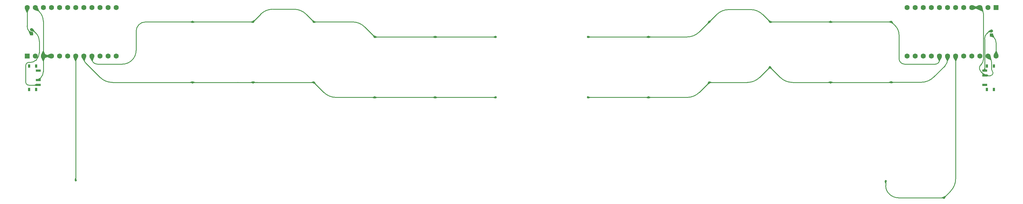
<source format=gbr>
%TF.GenerationSoftware,KiCad,Pcbnew,8.0.0*%
%TF.CreationDate,2024-03-10T10:49:13-04:00*%
%TF.ProjectId,Kiwi MKIII,4b697769-204d-44b4-9949-492e6b696361,rev?*%
%TF.SameCoordinates,Original*%
%TF.FileFunction,Copper,L1,Top*%
%TF.FilePolarity,Positive*%
%FSLAX46Y46*%
G04 Gerber Fmt 4.6, Leading zero omitted, Abs format (unit mm)*
G04 Created by KiCad (PCBNEW 8.0.0) date 2024-03-10 10:49:13*
%MOMM*%
%LPD*%
G01*
G04 APERTURE LIST*
%TA.AperFunction,SMDPad,CuDef*%
%ADD10R,0.800000X1.000000*%
%TD*%
%TA.AperFunction,SMDPad,CuDef*%
%ADD11R,1.500000X0.700000*%
%TD*%
%TA.AperFunction,ComponentPad*%
%ADD12R,1.000000X1.000000*%
%TD*%
%TA.AperFunction,ComponentPad*%
%ADD13O,1.000000X1.000000*%
%TD*%
%TA.AperFunction,ComponentPad*%
%ADD14R,1.600000X1.600000*%
%TD*%
%TA.AperFunction,ComponentPad*%
%ADD15C,1.600000*%
%TD*%
%TA.AperFunction,ViaPad*%
%ADD16C,0.685800*%
%TD*%
%TA.AperFunction,Conductor*%
%ADD17C,0.250000*%
%TD*%
%TA.AperFunction,Conductor*%
%ADD18C,0.127000*%
%TD*%
G04 APERTURE END LIST*
D10*
%TO.P,SW315,*%
%TO.N,*%
X59734293Y-137330200D03*
X57524293Y-137330200D03*
X59734293Y-144630200D03*
X57524293Y-144630200D03*
D11*
%TO.P,SW315,1,A*%
%TO.N,unconnected-(SW315-A-Pad1)*%
X60384293Y-138730200D03*
%TO.P,SW315,2,B*%
%TO.N,GND3*%
X60384293Y-141730200D03*
%TO.P,SW315,3,C*%
%TO.N,Net-(BT301--)*%
X60384293Y-143230200D03*
%TD*%
D10*
%TO.P,SW215,*%
%TO.N,*%
X358324307Y-144630200D03*
X360534307Y-144630200D03*
X358324307Y-137330200D03*
X360534307Y-137330200D03*
D11*
%TO.P,SW215,1,A*%
%TO.N,unconnected-(SW215-A-Pad1)*%
X357674307Y-143230200D03*
%TO.P,SW215,2,B*%
%TO.N,GND2*%
X357674307Y-140230200D03*
%TO.P,SW215,3,C*%
%TO.N,Net-(BT201--)*%
X357674307Y-138730200D03*
%TD*%
D12*
%TO.P,BT201,1,+*%
%TO.N,Net-(BT201-+)*%
X359779300Y-127542700D03*
D13*
%TO.P,BT201,2,-*%
%TO.N,Net-(BT201--)*%
X359779300Y-126272700D03*
%TD*%
D14*
%TO.P,U301,1,TX*%
%TO.N,unconnected-(U301-TX-Pad1)*%
X56859300Y-134162700D03*
D15*
%TO.P,U301,2,RX*%
%TO.N,unconnected-(U301-RX-Pad2)*%
X59399300Y-134162700D03*
%TO.P,U301,3,GND*%
%TO.N,GND3*%
X61939300Y-134162700D03*
%TO.P,U301,4,GND*%
X64479300Y-134162700D03*
%TO.P,U301,5,SDA*%
%TO.N,unconnected-(U301-SDA-Pad5)*%
X67019300Y-134162700D03*
%TO.P,U301,6,SCL*%
%TO.N,unconnected-(U301-SCL-Pad6)*%
X69559300Y-134162700D03*
%TO.P,U301,7,D4*%
%TO.N,Row 5*%
X72099300Y-134162700D03*
%TO.P,U301,8,C6*%
%TO.N,Row 4*%
X74639300Y-134162700D03*
%TO.P,U301,9,D7*%
%TO.N,Row 3*%
X77179300Y-134162700D03*
%TO.P,U301,10,E6*%
%TO.N,unconnected-(U301-E6-Pad10)*%
X79719300Y-134162700D03*
%TO.P,U301,11,B4*%
%TO.N,unconnected-(U301-B4-Pad11)*%
X82259300Y-134162700D03*
%TO.P,U301,12,B5*%
%TO.N,unconnected-(U301-B5-Pad12)*%
X84799300Y-134162700D03*
%TO.P,U301,13,B6*%
%TO.N,COLUMN 11*%
X84799300Y-118922700D03*
%TO.P,U301,14,B2*%
%TO.N,COLUMN 10*%
X82259300Y-118922700D03*
%TO.P,U301,15,B3*%
%TO.N,COLUMN 9*%
X79719300Y-118922700D03*
%TO.P,U301,16,B1*%
%TO.N,COLUMN 8*%
X77179300Y-118922700D03*
%TO.P,U301,17,F7*%
%TO.N,COLUMN 7*%
X74639300Y-118922700D03*
%TO.P,U301,18,F6*%
%TO.N,COLUMN 6*%
X72099300Y-118922700D03*
%TO.P,U301,19,F5*%
%TO.N,unconnected-(U301-F5-Pad19)*%
X69559300Y-118922700D03*
%TO.P,U301,20,F4*%
%TO.N,unconnected-(U301-F4-Pad20)*%
X67019300Y-118922700D03*
%TO.P,U301,21,VCC*%
%TO.N,unconnected-(U301-VCC-Pad21)*%
X64479300Y-118922700D03*
%TO.P,U301,22,RST*%
%TO.N,unconnected-(U301-RST-Pad22)*%
X61939300Y-118922700D03*
%TO.P,U301,23,GND*%
%TO.N,GND3*%
X59399300Y-118922700D03*
%TO.P,U301,24,RAW*%
%TO.N,Net-(BT301-+)*%
X56859300Y-118922700D03*
%TD*%
D12*
%TO.P,BT301,1,+*%
%TO.N,Net-(BT301-+)*%
X58279293Y-127167700D03*
D13*
%TO.P,BT301,2,-*%
%TO.N,Net-(BT301--)*%
X58279293Y-125897700D03*
%TD*%
D14*
%TO.P,U201,1,TX*%
%TO.N,unconnected-(U201-TX-Pad1)*%
X361199300Y-118922700D03*
D15*
%TO.P,U201,2,RX*%
%TO.N,unconnected-(U201-RX-Pad2)*%
X358659300Y-118922700D03*
%TO.P,U201,3,GND*%
%TO.N,GND2*%
X356119300Y-118922700D03*
%TO.P,U201,4,GND*%
X353579300Y-118922700D03*
%TO.P,U201,5,SDA*%
%TO.N,unconnected-(U201-SDA-Pad5)*%
X351039300Y-118922700D03*
%TO.P,U201,6,SCL*%
%TO.N,unconnected-(U201-SCL-Pad6)*%
X348499300Y-118922700D03*
%TO.P,U201,7,D4*%
%TO.N,COLUMN 0*%
X345959300Y-118922700D03*
%TO.P,U201,8,C6*%
%TO.N,COLUMN 1*%
X343419300Y-118922700D03*
%TO.P,U201,9,D7*%
%TO.N,COLUMN 2*%
X340879300Y-118922700D03*
%TO.P,U201,10,E6*%
%TO.N,COLUMN 3*%
X338339300Y-118922700D03*
%TO.P,U201,11,B4*%
%TO.N,COLUMN 4*%
X335799300Y-118922700D03*
%TO.P,U201,12,B5*%
%TO.N,COLUMN 5*%
X333259300Y-118922700D03*
%TO.P,U201,13,B6*%
%TO.N,unconnected-(U201-B6-Pad13)*%
X333259300Y-134162700D03*
%TO.P,U201,14,B2*%
%TO.N,unconnected-(U201-B2-Pad14)*%
X335799300Y-134162700D03*
%TO.P,U201,15,B3*%
%TO.N,unconnected-(U201-B3-Pad15)*%
X338339300Y-134162700D03*
%TO.P,U201,16,B1*%
%TO.N,unconnected-(U201-B1-Pad16)*%
X340879300Y-134162700D03*
%TO.P,U201,17,F7*%
%TO.N,Row 0*%
X343419300Y-134162700D03*
%TO.P,U201,18,F6*%
%TO.N,Row 1*%
X345959300Y-134162700D03*
%TO.P,U201,19,F5*%
%TO.N,Row 2*%
X348499300Y-134162700D03*
%TO.P,U201,20,F4*%
%TO.N,unconnected-(U201-F4-Pad20)*%
X351039300Y-134162700D03*
%TO.P,U201,21,VCC*%
%TO.N,unconnected-(U201-VCC-Pad21)*%
X353579300Y-134162700D03*
%TO.P,U201,22,RST*%
%TO.N,unconnected-(U201-RST-Pad22)*%
X356119300Y-134162700D03*
%TO.P,U201,23,GND*%
%TO.N,GND2*%
X358659300Y-134162700D03*
%TO.P,U201,24,RAW*%
%TO.N,Net-(BT201-+)*%
X361199300Y-134162700D03*
%TD*%
D16*
%TO.N,Row 0*%
X252029300Y-128155200D03*
X309229300Y-123442700D03*
X233029300Y-128155200D03*
X290229300Y-123442700D03*
X271129300Y-123442700D03*
X328279300Y-123392700D03*
%TO.N,Row 1*%
X290179300Y-137630200D03*
X252029300Y-147155200D03*
X233029300Y-147155200D03*
X328279300Y-142392700D03*
X271129300Y-142442700D03*
X309229300Y-142442700D03*
%TO.N,Row 2*%
X326528862Y-173441968D03*
X344840897Y-178679077D03*
%TO.N,Row 3*%
X204029300Y-128155200D03*
X108829300Y-123442700D03*
X146929300Y-123442700D03*
X166029300Y-128155200D03*
X127829300Y-123442700D03*
X185029300Y-128155200D03*
%TO.N,Row 4*%
X185029300Y-147155200D03*
X127829300Y-142441993D03*
X146929300Y-142442700D03*
X166029300Y-147155200D03*
X108829300Y-142442700D03*
X204029300Y-147155200D03*
%TO.N,Row 5*%
X72099300Y-173172700D03*
%TD*%
D17*
%TO.N,Row 4*%
X123067153Y-142442346D02*
G75*
G02*
X123066300Y-142442701I-853J846D01*
G01*
X123068006Y-142441993D02*
G75*
G03*
X123067150Y-142442343I-6J-1207D01*
G01*
X74639300Y-134932700D02*
G75*
G03*
X75183781Y-136247163I1858900J0D01*
G01*
X150048008Y-145561406D02*
G75*
G03*
X153895763Y-147155210I3847792J3847806D01*
G01*
X79785508Y-140848906D02*
G75*
G03*
X83633263Y-142442710I3847792J3847806D01*
G01*
X129029653Y-142442346D02*
G75*
G03*
X129028800Y-142441993I-853J-854D01*
G01*
X129029653Y-142442346D02*
G75*
G03*
X129030506Y-142442697I847J846D01*
G01*
%TO.N,Row 3*%
X91099300Y-132366648D02*
G75*
G02*
X89829286Y-135432686I-4336100J48D01*
G01*
X144523073Y-121036473D02*
G75*
G03*
X140675317Y-119442660I-3847773J-3847727D01*
G01*
X77179300Y-134995593D02*
G75*
G03*
X77679298Y-136202702I1707100J-7D01*
G01*
X77679300Y-136202700D02*
G75*
G03*
X78886406Y-136702697I1207100J1207100D01*
G01*
X127846986Y-123374987D02*
G75*
G03*
X127829294Y-123417687I42714J-42713D01*
G01*
X94035523Y-123442700D02*
G75*
G03*
X91959293Y-124302693I-23J-2936200D01*
G01*
X91959300Y-124302700D02*
G75*
G03*
X91099310Y-126378923I2076200J-2076200D01*
G01*
X134033256Y-119442681D02*
G75*
G03*
X130185529Y-121036502I44J-5441519D01*
G01*
X89829300Y-135432700D02*
G75*
G02*
X86763248Y-136702720I-3066100J3066100D01*
G01*
X162910591Y-125036493D02*
G75*
G03*
X159062836Y-123442690I-3847791J-3847807D01*
G01*
%TO.N,GND3*%
X61939300Y-139075637D02*
G75*
G02*
X61161786Y-140952686I-2654600J37D01*
G01*
X60669300Y-120192700D02*
G75*
G02*
X61939320Y-123258751I-3066100J-3066100D01*
G01*
X60614100Y-141500392D02*
G75*
G02*
X60059296Y-141730200I-554800J554792D01*
G01*
%TO.N,GND2*%
X356400912Y-136921112D02*
G75*
G03*
X355979289Y-137938959I1017888J-1017888D01*
G01*
X357199300Y-135260060D02*
G75*
G02*
X356589332Y-136732751I-2082700J-40D01*
G01*
X360017669Y-138896838D02*
G75*
G02*
X360259304Y-139480200I-583369J-583362D01*
G01*
X355979307Y-137938959D02*
G75*
G03*
X356400883Y-138956834I1439493J-41D01*
G01*
X356659300Y-119462700D02*
G75*
G03*
X355355624Y-118922690I-1303700J-1303700D01*
G01*
X356659300Y-119462700D02*
G75*
G02*
X357199310Y-120766375I-1303700J-1303700D01*
G01*
X360017670Y-140063562D02*
G75*
G02*
X359434306Y-140305204I-583370J583362D01*
G01*
X359776033Y-138313473D02*
G75*
G03*
X360017664Y-138896843I824967J-27D01*
G01*
X359217666Y-134721066D02*
G75*
G02*
X359776030Y-136069082I-1348066J-1348034D01*
G01*
X357711807Y-140267700D02*
G75*
G03*
X357802340Y-140305181I90493J90500D01*
G01*
X360259307Y-139480200D02*
G75*
G02*
X360017672Y-140063564I-825007J0D01*
G01*
%TO.N,Net-(BT301-+)*%
X56859300Y-124743615D02*
G75*
G03*
X57569306Y-126457701I2424100J15D01*
G01*
X58146718Y-127035127D02*
G75*
G02*
X58279284Y-127355203I-320118J-320073D01*
G01*
%TO.N,Net-(BT301--)*%
X56729301Y-136442701D02*
G75*
G03*
X56429286Y-137166964I724299J-724299D01*
G01*
X58634607Y-125948007D02*
G75*
G03*
X58410550Y-125855246I-224007J-224093D01*
G01*
X57453564Y-136142700D02*
G75*
G03*
X56729311Y-136442711I36J-1024300D01*
G01*
X56429300Y-142344952D02*
G75*
G03*
X56710536Y-143023964I960200J-48D01*
G01*
X56710550Y-143023950D02*
G75*
G03*
X57389547Y-143305180I678950J678950D01*
G01*
X59610546Y-126923946D02*
G75*
G02*
X60679283Y-129504128I-2580146J-2580154D01*
G01*
X60679293Y-133117297D02*
G75*
G02*
X59793172Y-135256579I-3025393J-3D01*
G01*
X60346793Y-143267700D02*
G75*
G02*
X60256259Y-143305181I-90493J90500D01*
G01*
X59570938Y-135478814D02*
G75*
G02*
X57968176Y-136142667I-1602738J1602814D01*
G01*
%TO.N,Net-(BT201-+)*%
X360489300Y-128252700D02*
G75*
G02*
X361199303Y-129966791I-1714100J-1714100D01*
G01*
%TO.N,Net-(BT201--)*%
X359425747Y-126272700D02*
G75*
G03*
X358822182Y-126522687I-47J-853500D01*
G01*
X357599300Y-138102858D02*
G75*
G03*
X357783032Y-138546468I627300J-42D01*
G01*
X358335747Y-127009147D02*
G75*
G03*
X357599295Y-128787087I1777953J-1777953D01*
G01*
%TO.N,Row 2*%
X348499300Y-172766710D02*
G75*
G02*
X346905513Y-176614472I-5441600J10D01*
G01*
X327684879Y-177523059D02*
G75*
G03*
X330475752Y-178679114I2790921J2790859D01*
G01*
X326528862Y-174904505D02*
G75*
G03*
X327563042Y-177401200I3530838J5D01*
G01*
%TO.N,Row 1*%
X293398008Y-140848906D02*
G75*
G03*
X297245763Y-142442710I3847792J3847806D01*
G01*
X328254300Y-142417700D02*
G75*
G02*
X328193944Y-142442718I-60400J60400D01*
G01*
X341573092Y-140798907D02*
G75*
G02*
X337725336Y-142392710I-3847792J3847807D01*
G01*
X345959300Y-135287700D02*
G75*
G02*
X345163807Y-137208198I-2716000J0D01*
G01*
X286960592Y-140848907D02*
G75*
G02*
X283112836Y-142442710I-3847792J3847807D01*
G01*
X268010592Y-145561407D02*
G75*
G02*
X264162836Y-147155210I-3847792J3847807D01*
G01*
%TO.N,Row 0*%
X330729300Y-134985593D02*
G75*
G03*
X331229298Y-136192702I1707100J-7D01*
G01*
X343049299Y-136322699D02*
G75*
G02*
X342156040Y-136692716I-893299J893299D01*
G01*
X343419300Y-135429440D02*
G75*
G02*
X343049288Y-136322688I-1263300J40D01*
G01*
X331229300Y-136192700D02*
G75*
G03*
X332436406Y-136692697I1207100J1207100D01*
G01*
X328254300Y-123417700D02*
G75*
G02*
X328193944Y-123442718I-60400J60400D01*
G01*
X329504300Y-124617700D02*
G75*
G02*
X330729295Y-127575111I-2957400J-2957400D01*
G01*
X287935611Y-121149011D02*
G75*
G03*
X284087855Y-119555260I-3847711J-3847789D01*
G01*
X277270744Y-119555219D02*
G75*
G03*
X273422960Y-121148983I-44J-5441581D01*
G01*
X268010592Y-126561407D02*
G75*
G02*
X264162836Y-128155210I-3847792J3847807D01*
G01*
X284087855Y-119555219D02*
X277270744Y-119555219D01*
X328279300Y-123392700D02*
X328254300Y-123417700D01*
X271129300Y-123442700D02*
X268010592Y-126561407D01*
X287935611Y-121149011D02*
X290229300Y-123442700D01*
X330729300Y-134985593D02*
X330729300Y-127575111D01*
X343419300Y-135429440D02*
X343419300Y-134162700D01*
X328193944Y-123442700D02*
X309229300Y-123442700D01*
X252029300Y-128155200D02*
X233029300Y-128155200D01*
X342156040Y-136692700D02*
X332436406Y-136692700D01*
X271129300Y-123442700D02*
X273422988Y-121149011D01*
X309229300Y-123442700D02*
X290229300Y-123442700D01*
X252029300Y-128155200D02*
X264162836Y-128155200D01*
X328279300Y-123392700D02*
X329504300Y-124617700D01*
%TO.N,Row 1*%
X264162836Y-147155200D02*
X252029300Y-147155200D01*
X290179300Y-137630200D02*
X286960592Y-140848907D01*
X345959300Y-135287700D02*
X345959300Y-134162700D01*
X271129300Y-142442700D02*
X283112836Y-142442700D01*
X341573092Y-140798907D02*
X345163804Y-137208195D01*
X328279300Y-142392700D02*
X328254300Y-142417700D01*
X271129300Y-142442700D02*
X268010592Y-145561407D01*
X328193944Y-142442700D02*
X309229300Y-142442700D01*
X293398007Y-140848907D02*
X290179300Y-137630200D01*
X297245763Y-142442700D02*
X309229300Y-142442700D01*
X252029300Y-147155200D02*
X233029300Y-147155200D01*
X328279300Y-142392700D02*
X337725336Y-142392700D01*
%TO.N,Row 2*%
X348499300Y-172766710D02*
X348499300Y-134162700D01*
X330475752Y-178679077D02*
X344840897Y-178679077D01*
X346905507Y-176614466D02*
X344840897Y-178679077D01*
X326528862Y-173441968D02*
X326528862Y-174904505D01*
X327684879Y-177523059D02*
X327563031Y-177401211D01*
%TO.N,Net-(BT201--)*%
X357783044Y-138546456D02*
X357966788Y-138730200D01*
X357599300Y-138102858D02*
X357599300Y-128787087D01*
X359425747Y-126272700D02*
X359779300Y-126272700D01*
X358822194Y-126522699D02*
X358335747Y-127009147D01*
%TO.N,Net-(BT201-+)*%
X361199300Y-129966791D02*
X361199300Y-134162700D01*
X360489300Y-128252700D02*
X359779300Y-127542700D01*
%TO.N,Net-(BT301--)*%
X59793172Y-135256579D02*
X59570938Y-135478814D01*
X60346793Y-143267700D02*
X60384293Y-143230200D01*
X57453564Y-136142700D02*
X57968176Y-136142700D01*
X60679293Y-129504128D02*
X60679293Y-133117297D01*
X58410550Y-125855200D02*
X58279300Y-125855200D01*
X58634607Y-125948007D02*
X59610546Y-126923946D01*
X57389547Y-143305200D02*
X60256259Y-143305200D01*
X56429300Y-137166964D02*
X56429300Y-142344952D01*
%TO.N,Net-(BT301-+)*%
X56859300Y-124743615D02*
X56859300Y-118922700D01*
X58279300Y-127355203D02*
X58279300Y-127542700D01*
X57569300Y-126457707D02*
X58146719Y-127035126D01*
%TO.N,GND2*%
X359776033Y-138313473D02*
X359776033Y-136069082D01*
X357199300Y-135260060D02*
X357199300Y-120766375D01*
D18*
X357674307Y-140230200D02*
X357674307Y-140160448D01*
D17*
X357674307Y-140230200D02*
X357711807Y-140267700D01*
X355355624Y-118922700D02*
X353579300Y-118922700D01*
X359434306Y-140305200D02*
X357802340Y-140305200D01*
X357674307Y-140230200D02*
X356400912Y-138956805D01*
X359217666Y-134721066D02*
X358659300Y-134162700D01*
X356400912Y-136921112D02*
X356589303Y-136732722D01*
%TO.N,GND3*%
X61939300Y-134162700D02*
X61939300Y-139075637D01*
X60059296Y-141730200D02*
X59734300Y-141730200D01*
X61939300Y-134162700D02*
X61939300Y-123258751D01*
X60669300Y-120192700D02*
X59399300Y-118922700D01*
X61161796Y-140952696D02*
X60614100Y-141500392D01*
X61939300Y-134162700D02*
X64479300Y-134162700D01*
%TO.N,Row 3*%
X204029300Y-128155200D02*
X185029300Y-128155200D01*
X108829300Y-123442700D02*
X94035523Y-123442700D01*
X91099300Y-132366648D02*
X91099300Y-126378923D01*
X166029300Y-128155200D02*
X162910592Y-125036492D01*
X144523073Y-121036473D02*
X146929300Y-123442700D01*
X108829300Y-123442700D02*
X108779300Y-123392700D01*
X127829300Y-123417687D02*
X127829300Y-123442700D01*
X140675317Y-119442681D02*
X134033256Y-119442681D01*
X77179300Y-134995593D02*
X77179300Y-134162700D01*
X185029300Y-128155200D02*
X166029300Y-128155200D01*
X146929300Y-123442700D02*
X159062836Y-123442700D01*
X78886406Y-136702700D02*
X86763248Y-136702700D01*
X108829300Y-123442700D02*
X127829300Y-123442700D01*
X127846986Y-123374987D02*
X130185500Y-121036473D01*
%TO.N,Row 4*%
X123068006Y-142441993D02*
X127829300Y-142441993D01*
X108829300Y-142442700D02*
X83633263Y-142442700D01*
X129028800Y-142441993D02*
X127829300Y-142441993D01*
X146929300Y-142442700D02*
X129030506Y-142442700D01*
X153895763Y-147155200D02*
X166029300Y-147155200D01*
X185029300Y-147155200D02*
X166029300Y-147155200D01*
X75183772Y-136247172D02*
X79785507Y-140848907D01*
X74639300Y-134932700D02*
X74639300Y-134162700D01*
X204029300Y-147155200D02*
X185029300Y-147155200D01*
X150048007Y-145561407D02*
X146929300Y-142442700D01*
X108829300Y-142442700D02*
X123066300Y-142442700D01*
%TO.N,Row 5*%
X72099300Y-173172700D02*
X72099300Y-134162700D01*
%TD*%
%TA.AperFunction,Conductor*%
%TO.N,Row 4*%
G36*
X75368088Y-134464563D02*
G01*
X75374414Y-134470900D01*
X75374603Y-134479349D01*
X74938495Y-135684432D01*
X74932457Y-135691046D01*
X74931970Y-135691260D01*
X74715006Y-135781130D01*
X74706052Y-135781130D01*
X74700550Y-135776429D01*
X74644240Y-135684432D01*
X73907333Y-134480508D01*
X73905938Y-134471665D01*
X73911205Y-134464423D01*
X73912815Y-134463601D01*
X74634431Y-134163641D01*
X74643382Y-134163631D01*
X75368088Y-134464563D01*
G37*
%TD.AperFunction*%
%TD*%
%TA.AperFunction,Conductor*%
%TO.N,GND2*%
G36*
X356854689Y-118621793D02*
G01*
X356861013Y-118628133D01*
X356861580Y-118629886D01*
X357213893Y-120108914D01*
X357212476Y-120117756D01*
X357206988Y-120122434D01*
X356990020Y-120212307D01*
X356981066Y-120212307D01*
X356980554Y-120212081D01*
X355823232Y-119666555D01*
X355817210Y-119659928D01*
X355817407Y-119651505D01*
X356117062Y-118926267D01*
X356123386Y-118919932D01*
X356845735Y-118621782D01*
X356854689Y-118621793D01*
G37*
%TD.AperFunction*%
%TD*%
%TA.AperFunction,Conductor*%
%TO.N,GND2*%
G36*
X359394806Y-133861744D02*
G01*
X359401130Y-133868084D01*
X359401671Y-133869732D01*
X359766628Y-135341610D01*
X359765293Y-135350465D01*
X359759749Y-135355235D01*
X359542807Y-135445096D01*
X359533853Y-135445096D01*
X359533439Y-135444916D01*
X358363370Y-134906505D01*
X358357287Y-134899933D01*
X358357448Y-134891408D01*
X358657062Y-134166267D01*
X358663386Y-134159932D01*
X359385854Y-133861733D01*
X359394806Y-133861744D01*
G37*
%TD.AperFunction*%
%TD*%
%TA.AperFunction,Conductor*%
%TO.N,Net-(BT201--)*%
G36*
X359432877Y-125926249D02*
G01*
X359673988Y-126166398D01*
X359776569Y-126268570D01*
X359780012Y-126276837D01*
X359780012Y-126276877D01*
X359779320Y-126758492D01*
X359775881Y-126766760D01*
X359767603Y-126770175D01*
X359765359Y-126769954D01*
X358922399Y-126603929D01*
X358916232Y-126600566D01*
X358754611Y-126432731D01*
X358751341Y-126424394D01*
X358754923Y-126416187D01*
X358756066Y-126415219D01*
X359417660Y-125925137D01*
X359426345Y-125922968D01*
X359432877Y-125926249D01*
G37*
%TD.AperFunction*%
%TD*%
%TA.AperFunction,Conductor*%
%TO.N,Net-(BT201--)*%
G36*
X357726972Y-138056477D02*
G01*
X357727813Y-138057414D01*
X357981399Y-138372472D01*
X357983917Y-138381065D01*
X357981013Y-138387599D01*
X357682120Y-138722446D01*
X357674055Y-138726336D01*
X357665601Y-138723383D01*
X357665576Y-138723361D01*
X357290445Y-138386569D01*
X357286578Y-138378492D01*
X357288155Y-138371966D01*
X357470914Y-138058852D01*
X357478044Y-138053434D01*
X357481019Y-138053050D01*
X357718699Y-138053050D01*
X357726972Y-138056477D01*
G37*
%TD.AperFunction*%
%TD*%
%TA.AperFunction,Conductor*%
%TO.N,Row 0*%
G36*
X270822668Y-123315657D02*
G01*
X271125490Y-123440136D01*
X271131839Y-123446451D01*
X271131863Y-123446509D01*
X271256342Y-123749331D01*
X271256318Y-123758285D01*
X271250636Y-123764302D01*
X270740250Y-124012379D01*
X270731311Y-124012913D01*
X270726862Y-124010129D01*
X270561870Y-123845137D01*
X270558443Y-123836864D01*
X270559618Y-123831754D01*
X270807697Y-123321362D01*
X270814396Y-123315421D01*
X270822668Y-123315657D01*
G37*
%TD.AperFunction*%
%TD*%
%TA.AperFunction,Conductor*%
%TO.N,Row 0*%
G36*
X289840246Y-122873019D02*
G01*
X290285677Y-123089523D01*
X290350636Y-123121097D01*
X290356578Y-123127796D01*
X290356342Y-123136068D01*
X290231863Y-123438890D01*
X290225548Y-123445239D01*
X290225490Y-123445263D01*
X289922668Y-123569742D01*
X289913714Y-123569718D01*
X289907697Y-123564036D01*
X289876123Y-123499077D01*
X289659619Y-123053647D01*
X289659086Y-123044711D01*
X289661868Y-123040264D01*
X289826863Y-122875269D01*
X289835135Y-122871843D01*
X289840246Y-122873019D01*
G37*
%TD.AperFunction*%
%TD*%
%TA.AperFunction,Conductor*%
%TO.N,Row 0*%
G36*
X344146778Y-134464014D02*
G01*
X344153102Y-134470354D01*
X344153091Y-134479309D01*
X344152733Y-134480087D01*
X343509876Y-135754510D01*
X343503091Y-135760354D01*
X343495814Y-135760368D01*
X343272345Y-135687754D01*
X343265536Y-135681938D01*
X343265424Y-135681712D01*
X342685573Y-134479991D01*
X342685064Y-134471050D01*
X342691025Y-134464369D01*
X342691607Y-134464107D01*
X343415120Y-134163612D01*
X343424071Y-134163604D01*
X344146778Y-134464014D01*
G37*
%TD.AperFunction*%
%TD*%
%TA.AperFunction,Conductor*%
%TO.N,Row 0*%
G36*
X328152582Y-123086702D02*
G01*
X328152686Y-123086944D01*
X328278419Y-123388194D01*
X328278443Y-123397148D01*
X328278419Y-123397206D01*
X328151991Y-123700121D01*
X328145642Y-123706436D01*
X328138246Y-123706938D01*
X327612198Y-123569978D01*
X327605055Y-123564577D01*
X327603446Y-123558655D01*
X327603446Y-123325306D01*
X327606873Y-123317033D01*
X327610395Y-123314614D01*
X328137142Y-123080756D01*
X328146093Y-123080532D01*
X328152582Y-123086702D01*
G37*
%TD.AperFunction*%
%TD*%
%TA.AperFunction,Conductor*%
%TO.N,Row 0*%
G36*
X309907224Y-123314976D02*
G01*
X309913923Y-123320918D01*
X309915100Y-123326033D01*
X309915100Y-123559366D01*
X309911673Y-123567639D01*
X309907224Y-123570423D01*
X309370909Y-123755905D01*
X309361970Y-123755371D01*
X309356288Y-123749354D01*
X309230179Y-123447204D01*
X309230156Y-123438252D01*
X309356289Y-123136043D01*
X309362637Y-123129730D01*
X309370908Y-123129494D01*
X309907224Y-123314976D01*
G37*
%TD.AperFunction*%
%TD*%
%TA.AperFunction,Conductor*%
%TO.N,Row 0*%
G36*
X233707224Y-128027476D02*
G01*
X233713923Y-128033418D01*
X233715100Y-128038533D01*
X233715100Y-128271866D01*
X233711673Y-128280139D01*
X233707224Y-128282923D01*
X233170909Y-128468405D01*
X233161970Y-128467871D01*
X233156288Y-128461854D01*
X233030179Y-128159704D01*
X233030156Y-128150752D01*
X233156289Y-127848543D01*
X233162637Y-127842230D01*
X233170908Y-127841994D01*
X233707224Y-128027476D01*
G37*
%TD.AperFunction*%
%TD*%
%TA.AperFunction,Conductor*%
%TO.N,Row 0*%
G36*
X251896629Y-127842528D02*
G01*
X251902311Y-127848545D01*
X252028419Y-128150694D01*
X252028443Y-128159648D01*
X252028419Y-128159706D01*
X251902311Y-128461854D01*
X251895962Y-128468169D01*
X251887690Y-128468405D01*
X251351376Y-128282923D01*
X251344677Y-128276981D01*
X251343500Y-128271866D01*
X251343500Y-128038533D01*
X251346927Y-128030260D01*
X251351376Y-128027476D01*
X251887691Y-127841994D01*
X251896629Y-127842528D01*
G37*
%TD.AperFunction*%
%TD*%
%TA.AperFunction,Conductor*%
%TO.N,Row 0*%
G36*
X271531737Y-122875270D02*
G01*
X271696729Y-123040262D01*
X271700156Y-123048535D01*
X271698979Y-123053650D01*
X271450902Y-123564036D01*
X271444203Y-123569978D01*
X271435931Y-123569742D01*
X271133109Y-123445263D01*
X271126760Y-123438948D01*
X271126736Y-123438890D01*
X271002257Y-123136068D01*
X271002281Y-123127114D01*
X271007962Y-123121097D01*
X271518352Y-122873019D01*
X271527288Y-122872486D01*
X271531737Y-122875270D01*
G37*
%TD.AperFunction*%
%TD*%
%TA.AperFunction,Conductor*%
%TO.N,Row 0*%
G36*
X290907224Y-123314976D02*
G01*
X290913923Y-123320918D01*
X290915100Y-123326033D01*
X290915100Y-123559366D01*
X290911673Y-123567639D01*
X290907224Y-123570423D01*
X290370909Y-123755905D01*
X290361970Y-123755371D01*
X290356288Y-123749354D01*
X290230179Y-123447204D01*
X290230156Y-123438252D01*
X290356289Y-123136043D01*
X290362637Y-123129730D01*
X290370908Y-123129494D01*
X290907224Y-123314976D01*
G37*
%TD.AperFunction*%
%TD*%
%TA.AperFunction,Conductor*%
%TO.N,Row 0*%
G36*
X309096629Y-123130028D02*
G01*
X309102311Y-123136045D01*
X309228419Y-123438194D01*
X309228443Y-123447148D01*
X309228419Y-123447206D01*
X309102311Y-123749354D01*
X309095962Y-123755669D01*
X309087690Y-123755905D01*
X308551376Y-123570423D01*
X308544677Y-123564481D01*
X308543500Y-123559366D01*
X308543500Y-123326033D01*
X308546927Y-123317760D01*
X308551376Y-123314976D01*
X309087691Y-123129494D01*
X309096629Y-123130028D01*
G37*
%TD.AperFunction*%
%TD*%
%TA.AperFunction,Conductor*%
%TO.N,Row 0*%
G36*
X252707224Y-128027476D02*
G01*
X252713923Y-128033418D01*
X252715100Y-128038533D01*
X252715100Y-128271866D01*
X252711673Y-128280139D01*
X252707224Y-128282923D01*
X252170909Y-128468405D01*
X252161970Y-128467871D01*
X252156288Y-128461854D01*
X252030179Y-128159704D01*
X252030156Y-128150752D01*
X252156289Y-127848543D01*
X252162637Y-127842230D01*
X252170908Y-127841994D01*
X252707224Y-128027476D01*
G37*
%TD.AperFunction*%
%TD*%
%TA.AperFunction,Conductor*%
%TO.N,Row 0*%
G36*
X328594885Y-123265681D02*
G01*
X328600902Y-123271363D01*
X328745415Y-123568681D01*
X328812939Y-123707603D01*
X328848979Y-123781749D01*
X328849513Y-123790688D01*
X328846729Y-123795137D01*
X328681737Y-123960129D01*
X328673464Y-123963556D01*
X328668350Y-123962379D01*
X328296726Y-123781749D01*
X328157963Y-123714302D01*
X328152021Y-123707603D01*
X328152257Y-123699331D01*
X328276737Y-123396507D01*
X328283050Y-123390160D01*
X328585931Y-123265657D01*
X328594885Y-123265681D01*
G37*
%TD.AperFunction*%
%TD*%
%TA.AperFunction,Conductor*%
%TO.N,Row 1*%
G36*
X252707224Y-147027476D02*
G01*
X252713923Y-147033418D01*
X252715100Y-147038533D01*
X252715100Y-147271866D01*
X252711673Y-147280139D01*
X252707224Y-147282923D01*
X252170909Y-147468405D01*
X252161970Y-147467871D01*
X252156288Y-147461854D01*
X252030179Y-147159704D01*
X252030156Y-147150752D01*
X252156289Y-146848543D01*
X252162637Y-146842230D01*
X252170908Y-146841994D01*
X252707224Y-147027476D01*
G37*
%TD.AperFunction*%
%TD*%
%TA.AperFunction,Conductor*%
%TO.N,Row 1*%
G36*
X289872668Y-137503157D02*
G01*
X290175490Y-137627636D01*
X290181839Y-137633951D01*
X290181863Y-137634009D01*
X290306342Y-137936831D01*
X290306318Y-137945785D01*
X290300636Y-137951802D01*
X289790250Y-138199879D01*
X289781311Y-138200413D01*
X289776862Y-138197629D01*
X289611870Y-138032637D01*
X289608443Y-138024364D01*
X289609618Y-138019254D01*
X289857697Y-137508862D01*
X289864396Y-137502921D01*
X289872668Y-137503157D01*
G37*
%TD.AperFunction*%
%TD*%
%TA.AperFunction,Conductor*%
%TO.N,Row 1*%
G36*
X345964009Y-134163591D02*
G01*
X346686802Y-134464024D01*
X346693126Y-134470364D01*
X346693115Y-134479319D01*
X346692768Y-134480076D01*
X346049113Y-135762633D01*
X346042339Y-135768490D01*
X346036053Y-135768792D01*
X345806847Y-135716479D01*
X345799543Y-135711297D01*
X345798846Y-135710016D01*
X345225353Y-134479910D01*
X345224964Y-134470966D01*
X345231014Y-134464364D01*
X345231442Y-134464175D01*
X345955032Y-134163590D01*
X345963986Y-134163582D01*
X345964009Y-134163591D01*
G37*
%TD.AperFunction*%
%TD*%
%TA.AperFunction,Conductor*%
%TO.N,Row 1*%
G36*
X271807224Y-142314976D02*
G01*
X271813923Y-142320918D01*
X271815100Y-142326033D01*
X271815100Y-142559366D01*
X271811673Y-142567639D01*
X271807224Y-142570423D01*
X271270909Y-142755905D01*
X271261970Y-142755371D01*
X271256288Y-142749354D01*
X271130179Y-142447204D01*
X271130156Y-142438252D01*
X271256289Y-142136043D01*
X271262637Y-142129730D01*
X271270908Y-142129494D01*
X271807224Y-142314976D01*
G37*
%TD.AperFunction*%
%TD*%
%TA.AperFunction,Conductor*%
%TO.N,Row 1*%
G36*
X270822668Y-142315657D02*
G01*
X271125490Y-142440136D01*
X271131839Y-142446451D01*
X271131863Y-142446509D01*
X271256342Y-142749331D01*
X271256318Y-142758285D01*
X271250636Y-142764302D01*
X270740250Y-143012379D01*
X270731311Y-143012913D01*
X270726862Y-143010129D01*
X270561870Y-142845137D01*
X270558443Y-142836864D01*
X270559618Y-142831754D01*
X270807697Y-142321362D01*
X270814396Y-142315421D01*
X270822668Y-142315657D01*
G37*
%TD.AperFunction*%
%TD*%
%TA.AperFunction,Conductor*%
%TO.N,Row 1*%
G36*
X309907224Y-142314976D02*
G01*
X309913923Y-142320918D01*
X309915100Y-142326033D01*
X309915100Y-142559366D01*
X309911673Y-142567639D01*
X309907224Y-142570423D01*
X309370909Y-142755905D01*
X309361970Y-142755371D01*
X309356288Y-142749354D01*
X309230179Y-142447204D01*
X309230156Y-142438252D01*
X309356289Y-142136043D01*
X309362637Y-142129730D01*
X309370908Y-142129494D01*
X309907224Y-142314976D01*
G37*
%TD.AperFunction*%
%TD*%
%TA.AperFunction,Conductor*%
%TO.N,Row 1*%
G36*
X328152582Y-142086702D02*
G01*
X328152686Y-142086944D01*
X328278419Y-142388194D01*
X328278443Y-142397148D01*
X328278419Y-142397206D01*
X328151991Y-142700121D01*
X328145642Y-142706436D01*
X328138246Y-142706938D01*
X327612198Y-142569978D01*
X327605055Y-142564577D01*
X327603446Y-142558655D01*
X327603446Y-142325306D01*
X327606873Y-142317033D01*
X327610395Y-142314614D01*
X328137142Y-142080756D01*
X328146093Y-142080532D01*
X328152582Y-142086702D01*
G37*
%TD.AperFunction*%
%TD*%
%TA.AperFunction,Conductor*%
%TO.N,Row 1*%
G36*
X290494885Y-137503181D02*
G01*
X290500902Y-137508863D01*
X290645415Y-137806181D01*
X290712939Y-137945103D01*
X290748979Y-138019249D01*
X290749513Y-138028188D01*
X290746729Y-138032637D01*
X290581737Y-138197629D01*
X290573464Y-138201056D01*
X290568350Y-138199879D01*
X290196726Y-138019249D01*
X290057963Y-137951802D01*
X290052021Y-137945103D01*
X290052257Y-137936831D01*
X290176737Y-137634007D01*
X290183050Y-137627660D01*
X290485931Y-137503157D01*
X290494885Y-137503181D01*
G37*
%TD.AperFunction*%
%TD*%
%TA.AperFunction,Conductor*%
%TO.N,Row 1*%
G36*
X309096629Y-142130028D02*
G01*
X309102311Y-142136045D01*
X309228419Y-142438194D01*
X309228443Y-142447148D01*
X309228419Y-142447206D01*
X309102311Y-142749354D01*
X309095962Y-142755669D01*
X309087690Y-142755905D01*
X308551376Y-142570423D01*
X308544677Y-142564481D01*
X308543500Y-142559366D01*
X308543500Y-142326033D01*
X308546927Y-142317760D01*
X308551376Y-142314976D01*
X309087691Y-142129494D01*
X309096629Y-142130028D01*
G37*
%TD.AperFunction*%
%TD*%
%TA.AperFunction,Conductor*%
%TO.N,Row 1*%
G36*
X233707224Y-147027476D02*
G01*
X233713923Y-147033418D01*
X233715100Y-147038533D01*
X233715100Y-147271866D01*
X233711673Y-147280139D01*
X233707224Y-147282923D01*
X233170909Y-147468405D01*
X233161970Y-147467871D01*
X233156288Y-147461854D01*
X233030179Y-147159704D01*
X233030156Y-147150752D01*
X233156289Y-146848543D01*
X233162637Y-146842230D01*
X233170908Y-146841994D01*
X233707224Y-147027476D01*
G37*
%TD.AperFunction*%
%TD*%
%TA.AperFunction,Conductor*%
%TO.N,Row 1*%
G36*
X251896629Y-146842528D02*
G01*
X251902311Y-146848545D01*
X252028419Y-147150694D01*
X252028443Y-147159648D01*
X252028419Y-147159706D01*
X251902311Y-147461854D01*
X251895962Y-147468169D01*
X251887690Y-147468405D01*
X251351376Y-147282923D01*
X251344677Y-147276981D01*
X251343500Y-147271866D01*
X251343500Y-147038533D01*
X251346927Y-147030260D01*
X251351376Y-147027476D01*
X251887691Y-146841994D01*
X251896629Y-146842528D01*
G37*
%TD.AperFunction*%
%TD*%
%TA.AperFunction,Conductor*%
%TO.N,Row 1*%
G36*
X328957224Y-142264976D02*
G01*
X328963923Y-142270918D01*
X328965100Y-142276033D01*
X328965100Y-142509366D01*
X328961673Y-142517639D01*
X328957224Y-142520423D01*
X328420909Y-142705905D01*
X328411970Y-142705371D01*
X328406288Y-142699354D01*
X328280179Y-142397204D01*
X328280156Y-142388252D01*
X328406289Y-142086043D01*
X328412637Y-142079730D01*
X328420908Y-142079494D01*
X328957224Y-142264976D01*
G37*
%TD.AperFunction*%
%TD*%
%TA.AperFunction,Conductor*%
%TO.N,Row 2*%
G36*
X349155990Y-134434598D02*
G01*
X349227053Y-134464130D01*
X349233378Y-134470469D01*
X349233367Y-134479424D01*
X349233133Y-134479951D01*
X348627472Y-135756017D01*
X348620829Y-135762021D01*
X348616902Y-135762700D01*
X348381698Y-135762700D01*
X348373425Y-135759273D01*
X348371128Y-135756017D01*
X347765466Y-134479951D01*
X347765015Y-134471007D01*
X347771019Y-134464364D01*
X347771534Y-134464134D01*
X348494812Y-134163564D01*
X348503761Y-134163554D01*
X349155990Y-134434598D01*
G37*
%TD.AperFunction*%
%TD*%
%TA.AperFunction,Conductor*%
%TO.N,Row 2*%
G36*
X344708226Y-178366405D02*
G01*
X344713908Y-178372422D01*
X344840016Y-178674571D01*
X344840040Y-178683525D01*
X344840016Y-178683583D01*
X344713908Y-178985731D01*
X344707559Y-178992046D01*
X344699287Y-178992282D01*
X344162973Y-178806800D01*
X344156274Y-178800858D01*
X344155097Y-178795743D01*
X344155097Y-178562410D01*
X344158524Y-178554137D01*
X344162973Y-178551353D01*
X344699288Y-178365871D01*
X344708226Y-178366405D01*
G37*
%TD.AperFunction*%
%TD*%
%TA.AperFunction,Conductor*%
%TO.N,Row 2*%
G36*
X345243334Y-178111647D02*
G01*
X345408326Y-178276639D01*
X345411753Y-178284912D01*
X345410576Y-178290027D01*
X345162499Y-178800413D01*
X345155800Y-178806355D01*
X345147528Y-178806119D01*
X344844706Y-178681640D01*
X344838357Y-178675325D01*
X344838333Y-178675267D01*
X344713854Y-178372445D01*
X344713878Y-178363491D01*
X344719559Y-178357474D01*
X345229949Y-178109396D01*
X345238885Y-178108863D01*
X345243334Y-178111647D01*
G37*
%TD.AperFunction*%
%TD*%
%TA.AperFunction,Conductor*%
%TO.N,Row 2*%
G36*
X326835516Y-173568956D02*
G01*
X326841831Y-173575305D01*
X326842067Y-173583577D01*
X326656586Y-174119892D01*
X326650644Y-174126591D01*
X326645529Y-174127768D01*
X326412195Y-174127768D01*
X326403922Y-174124341D01*
X326401138Y-174119892D01*
X326215656Y-173583577D01*
X326216190Y-173574638D01*
X326222205Y-173568957D01*
X326524357Y-173442847D01*
X326533308Y-173442824D01*
X326835516Y-173568956D01*
G37*
%TD.AperFunction*%
%TD*%
%TA.AperFunction,Conductor*%
%TO.N,Net-(BT201-+)*%
G36*
X361325175Y-132566127D02*
G01*
X361327472Y-132569383D01*
X361933133Y-133845448D01*
X361933584Y-133854392D01*
X361927580Y-133861035D01*
X361927053Y-133861269D01*
X361203790Y-134161834D01*
X361194836Y-134161844D01*
X361194810Y-134161834D01*
X360471546Y-133861269D01*
X360465221Y-133854930D01*
X360465232Y-133845975D01*
X360465454Y-133845473D01*
X361071128Y-132569382D01*
X361077771Y-132563379D01*
X361081698Y-132562700D01*
X361316902Y-132562700D01*
X361325175Y-132566127D01*
G37*
%TD.AperFunction*%
%TD*%
%TA.AperFunction,Conductor*%
%TO.N,Net-(BT201-+)*%
G36*
X360277690Y-127340429D02*
G01*
X360283896Y-127346518D01*
X360695267Y-128282176D01*
X360695459Y-128291129D01*
X360691678Y-128296167D01*
X360506069Y-128438589D01*
X360497420Y-128440907D01*
X360494319Y-128440053D01*
X359582310Y-128047260D01*
X359576067Y-128040840D01*
X359576124Y-128032046D01*
X359776833Y-127546404D01*
X359783156Y-127540071D01*
X360268737Y-127340406D01*
X360277690Y-127340429D01*
G37*
%TD.AperFunction*%
%TD*%
%TA.AperFunction,Conductor*%
%TO.N,Net-(BT301--)*%
G36*
X58639609Y-125553924D02*
G01*
X58640852Y-125555397D01*
X59183146Y-126317446D01*
X59185150Y-126326174D01*
X59181886Y-126332503D01*
X59016243Y-126498146D01*
X59007970Y-126501573D01*
X59006317Y-126501456D01*
X58289325Y-126399131D01*
X58281619Y-126394569D01*
X58279278Y-126387567D01*
X58278592Y-125901860D01*
X58282006Y-125893586D01*
X58623063Y-125553890D01*
X58631342Y-125550481D01*
X58639609Y-125553924D01*
G37*
%TD.AperFunction*%
%TD*%
%TA.AperFunction,Conductor*%
%TO.N,Net-(BT301--)*%
G36*
X59640222Y-142932911D02*
G01*
X60360144Y-143220165D01*
X60366558Y-143226414D01*
X60366675Y-143235368D01*
X60360750Y-143241637D01*
X59639035Y-143577990D01*
X59630089Y-143578379D01*
X59629484Y-143578139D01*
X59291384Y-143433239D01*
X59285130Y-143426830D01*
X59284293Y-143422485D01*
X59284293Y-143186225D01*
X59287720Y-143177952D01*
X59289194Y-143176703D01*
X59629095Y-142934253D01*
X59637818Y-142932239D01*
X59640222Y-142932911D01*
G37*
%TD.AperFunction*%
%TD*%
%TA.AperFunction,Conductor*%
%TO.N,Net-(BT301-+)*%
G36*
X57515990Y-119194598D02*
G01*
X57587053Y-119224130D01*
X57593378Y-119230469D01*
X57593367Y-119239424D01*
X57593133Y-119239951D01*
X56987472Y-120516017D01*
X56980829Y-120522021D01*
X56976902Y-120522700D01*
X56741698Y-120522700D01*
X56733425Y-120519273D01*
X56731128Y-120516017D01*
X56125466Y-119239951D01*
X56125015Y-119231007D01*
X56131019Y-119224364D01*
X56131534Y-119224134D01*
X56854812Y-118923564D01*
X56863761Y-118923554D01*
X57515990Y-119194598D01*
G37*
%TD.AperFunction*%
%TD*%
%TA.AperFunction,Conductor*%
%TO.N,Net-(BT301-+)*%
G36*
X57564278Y-126270352D02*
G01*
X57980723Y-126449709D01*
X57981480Y-126450070D01*
X58032644Y-126476923D01*
X58055143Y-126488732D01*
X58064220Y-126490969D01*
X58092051Y-126497828D01*
X58093864Y-126498437D01*
X58476282Y-126663139D01*
X58482525Y-126669559D01*
X58482467Y-126678354D01*
X58281760Y-127163993D01*
X58275433Y-127170330D01*
X58275396Y-127170345D01*
X57789856Y-127369993D01*
X57780902Y-127369970D01*
X57774696Y-127363881D01*
X57363331Y-126428230D01*
X57363139Y-126419277D01*
X57366919Y-126414240D01*
X57552529Y-126271817D01*
X57561178Y-126269499D01*
X57564278Y-126270352D01*
G37*
%TD.AperFunction*%
%TD*%
%TA.AperFunction,Conductor*%
%TO.N,GND2*%
G36*
X355817635Y-118194419D02*
G01*
X355817869Y-118194946D01*
X356118434Y-118918210D01*
X356118444Y-118927163D01*
X356118435Y-118927185D01*
X356118434Y-118927190D01*
X355817869Y-119650453D01*
X355811530Y-119656778D01*
X355802575Y-119656767D01*
X355802048Y-119656533D01*
X354525983Y-119050871D01*
X354519979Y-119044228D01*
X354519300Y-119040301D01*
X354519300Y-118805098D01*
X354522727Y-118796825D01*
X354525983Y-118794528D01*
X355802049Y-118188865D01*
X355810992Y-118188415D01*
X355817635Y-118194419D01*
G37*
%TD.AperFunction*%
%TD*%
%TA.AperFunction,Conductor*%
%TO.N,GND2*%
G36*
X353896024Y-118188632D02*
G01*
X353896540Y-118188861D01*
X355172617Y-118794528D01*
X355178621Y-118801171D01*
X355179300Y-118805098D01*
X355179300Y-119040301D01*
X355175873Y-119048574D01*
X355172617Y-119050871D01*
X353896551Y-119656533D01*
X353887607Y-119656984D01*
X353880964Y-119650980D01*
X353880730Y-119650453D01*
X353851198Y-119579390D01*
X353580164Y-118927187D01*
X353580154Y-118918238D01*
X353880730Y-118194945D01*
X353887069Y-118188621D01*
X353896024Y-118188632D01*
G37*
%TD.AperFunction*%
%TD*%
%TA.AperFunction,Conductor*%
%TO.N,GND2*%
G36*
X358427330Y-139933029D02*
G01*
X358429503Y-139934252D01*
X358769401Y-140176701D01*
X358774147Y-140184294D01*
X358774307Y-140186225D01*
X358774307Y-140422485D01*
X358770880Y-140430758D01*
X358767216Y-140433239D01*
X358429115Y-140578139D01*
X358420161Y-140578248D01*
X358419577Y-140577995D01*
X358085896Y-140422485D01*
X357697849Y-140241637D01*
X357691797Y-140235036D01*
X357692186Y-140226090D01*
X357698453Y-140220166D01*
X358418377Y-139932912D01*
X358427330Y-139933029D01*
G37*
%TD.AperFunction*%
%TD*%
%TA.AperFunction,Conductor*%
%TO.N,GND2*%
G36*
X357172794Y-139548221D02*
G01*
X357506169Y-139719413D01*
X357799258Y-139869918D01*
X357809714Y-139875287D01*
X357815508Y-139882115D01*
X357815189Y-139890146D01*
X357679678Y-140219568D01*
X357673362Y-140225915D01*
X357664407Y-140225937D01*
X357663906Y-140225717D01*
X356934351Y-139884892D01*
X356928306Y-139878286D01*
X356928451Y-139869918D01*
X356987542Y-139723308D01*
X356990117Y-139719415D01*
X357159177Y-139550355D01*
X357167449Y-139546929D01*
X357172794Y-139548221D01*
G37*
%TD.AperFunction*%
%TD*%
%TA.AperFunction,Conductor*%
%TO.N,GND3*%
G36*
X62595990Y-134434598D02*
G01*
X62667053Y-134464130D01*
X62673378Y-134470469D01*
X62673367Y-134479424D01*
X62673133Y-134479951D01*
X62067472Y-135756017D01*
X62060829Y-135762021D01*
X62056902Y-135762700D01*
X61821698Y-135762700D01*
X61813425Y-135759273D01*
X61811128Y-135756017D01*
X61205466Y-134479951D01*
X61205015Y-134471007D01*
X61211019Y-134464364D01*
X61211534Y-134464134D01*
X61934812Y-134163564D01*
X61943761Y-134163554D01*
X62595990Y-134434598D01*
G37*
%TD.AperFunction*%
%TD*%
%TA.AperFunction,Conductor*%
%TO.N,GND3*%
G36*
X62065175Y-132566127D02*
G01*
X62067472Y-132569383D01*
X62673133Y-133845448D01*
X62673584Y-133854392D01*
X62667580Y-133861035D01*
X62667053Y-133861269D01*
X61943790Y-134161834D01*
X61934836Y-134161844D01*
X61934810Y-134161834D01*
X61211546Y-133861269D01*
X61205221Y-133854930D01*
X61205232Y-133845975D01*
X61205454Y-133845473D01*
X61811128Y-132569382D01*
X61817771Y-132563379D01*
X61821698Y-132562700D01*
X62056902Y-132562700D01*
X62065175Y-132566127D01*
G37*
%TD.AperFunction*%
%TD*%
%TA.AperFunction,Conductor*%
%TO.N,GND3*%
G36*
X60135998Y-118621254D02*
G01*
X60142323Y-118627593D01*
X60142527Y-118628126D01*
X60510795Y-119661804D01*
X60616575Y-119958712D01*
X60616124Y-119967656D01*
X60613827Y-119970912D01*
X60447512Y-120137227D01*
X60439239Y-120140654D01*
X60435313Y-120139975D01*
X59104730Y-119665928D01*
X59098088Y-119659925D01*
X59097637Y-119650981D01*
X59097836Y-119650460D01*
X59396738Y-118926485D01*
X59403062Y-118920148D01*
X59403064Y-118920146D01*
X60127044Y-118621243D01*
X60135998Y-118621254D01*
G37*
%TD.AperFunction*%
%TD*%
%TA.AperFunction,Conductor*%
%TO.N,GND3*%
G36*
X60899422Y-141050356D02*
G01*
X61068479Y-141219413D01*
X61071058Y-141223312D01*
X61130148Y-141369918D01*
X61130062Y-141378873D01*
X61124248Y-141384892D01*
X60394693Y-141725717D01*
X60385747Y-141726114D01*
X60379141Y-141720069D01*
X60378930Y-141719589D01*
X60243410Y-141390145D01*
X60243432Y-141381191D01*
X60248883Y-141375288D01*
X60885804Y-141048220D01*
X60894729Y-141047490D01*
X60899422Y-141050356D01*
G37*
%TD.AperFunction*%
%TD*%
%TA.AperFunction,Conductor*%
%TO.N,GND3*%
G36*
X64177635Y-133434419D02*
G01*
X64177869Y-133434946D01*
X64478434Y-134158210D01*
X64478444Y-134167163D01*
X64478435Y-134167185D01*
X64478434Y-134167190D01*
X64177869Y-134890453D01*
X64171530Y-134896778D01*
X64162575Y-134896767D01*
X64162048Y-134896533D01*
X62885983Y-134290871D01*
X62879979Y-134284228D01*
X62879300Y-134280301D01*
X62879300Y-134045098D01*
X62882727Y-134036825D01*
X62885983Y-134034528D01*
X64162049Y-133428865D01*
X64170992Y-133428415D01*
X64177635Y-133434419D01*
G37*
%TD.AperFunction*%
%TD*%
%TA.AperFunction,Conductor*%
%TO.N,GND3*%
G36*
X62256024Y-133428632D02*
G01*
X62256540Y-133428861D01*
X63532617Y-134034528D01*
X63538621Y-134041171D01*
X63539300Y-134045098D01*
X63539300Y-134280301D01*
X63535873Y-134288574D01*
X63532617Y-134290871D01*
X62256551Y-134896533D01*
X62247607Y-134896984D01*
X62240964Y-134890980D01*
X62240730Y-134890453D01*
X62211198Y-134819390D01*
X61940164Y-134167187D01*
X61940154Y-134158238D01*
X62240730Y-133434945D01*
X62247069Y-133428621D01*
X62256024Y-133428632D01*
G37*
%TD.AperFunction*%
%TD*%
%TA.AperFunction,Conductor*%
%TO.N,Row 3*%
G36*
X185707224Y-128027476D02*
G01*
X185713923Y-128033418D01*
X185715100Y-128038533D01*
X185715100Y-128271866D01*
X185711673Y-128280139D01*
X185707224Y-128282923D01*
X185170909Y-128468405D01*
X185161970Y-128467871D01*
X185156288Y-128461854D01*
X185030179Y-128159704D01*
X185030156Y-128150752D01*
X185156289Y-127848543D01*
X185162637Y-127842230D01*
X185170908Y-127841994D01*
X185707224Y-128027476D01*
G37*
%TD.AperFunction*%
%TD*%
%TA.AperFunction,Conductor*%
%TO.N,Row 3*%
G36*
X203896629Y-127842528D02*
G01*
X203902311Y-127848545D01*
X204028419Y-128150694D01*
X204028443Y-128159648D01*
X204028419Y-128159706D01*
X203902311Y-128461854D01*
X203895962Y-128468169D01*
X203887690Y-128468405D01*
X203351376Y-128282923D01*
X203344677Y-128276981D01*
X203343500Y-128271866D01*
X203343500Y-128038533D01*
X203346927Y-128030260D01*
X203351376Y-128027476D01*
X203887691Y-127841994D01*
X203896629Y-127842528D01*
G37*
%TD.AperFunction*%
%TD*%
%TA.AperFunction,Conductor*%
%TO.N,Row 3*%
G36*
X108696629Y-123130028D02*
G01*
X108702311Y-123136045D01*
X108828419Y-123438194D01*
X108828443Y-123447148D01*
X108828419Y-123447206D01*
X108702311Y-123749354D01*
X108695962Y-123755669D01*
X108687690Y-123755905D01*
X108151376Y-123570423D01*
X108144677Y-123564481D01*
X108143500Y-123559366D01*
X108143500Y-123326033D01*
X108146927Y-123317760D01*
X108151376Y-123314976D01*
X108687691Y-123129494D01*
X108696629Y-123130028D01*
G37*
%TD.AperFunction*%
%TD*%
%TA.AperFunction,Conductor*%
%TO.N,Row 3*%
G36*
X165640246Y-127585519D02*
G01*
X166085677Y-127802023D01*
X166150636Y-127833597D01*
X166156578Y-127840296D01*
X166156342Y-127848568D01*
X166031863Y-128151390D01*
X166025548Y-128157739D01*
X166025490Y-128157763D01*
X165722668Y-128282242D01*
X165713714Y-128282218D01*
X165707697Y-128276536D01*
X165676123Y-128211577D01*
X165459619Y-127766147D01*
X165459086Y-127757211D01*
X165461868Y-127752764D01*
X165626863Y-127587769D01*
X165635135Y-127584343D01*
X165640246Y-127585519D01*
G37*
%TD.AperFunction*%
%TD*%
%TA.AperFunction,Conductor*%
%TO.N,Row 3*%
G36*
X146540246Y-122873019D02*
G01*
X146985677Y-123089523D01*
X147050636Y-123121097D01*
X147056578Y-123127796D01*
X147056342Y-123136068D01*
X146931863Y-123438890D01*
X146925548Y-123445239D01*
X146925490Y-123445263D01*
X146622668Y-123569742D01*
X146613714Y-123569718D01*
X146607697Y-123564036D01*
X146576123Y-123499077D01*
X146359619Y-123053647D01*
X146359086Y-123044711D01*
X146361868Y-123040264D01*
X146526863Y-122875269D01*
X146535135Y-122871843D01*
X146540246Y-122873019D01*
G37*
%TD.AperFunction*%
%TD*%
%TA.AperFunction,Conductor*%
%TO.N,Row 3*%
G36*
X77828964Y-134431715D02*
G01*
X77907772Y-134464433D01*
X77914099Y-134470770D01*
X77914163Y-134479549D01*
X77450421Y-135649854D01*
X77444856Y-135655969D01*
X77235732Y-135762523D01*
X77226805Y-135763225D01*
X77220411Y-135758155D01*
X76447238Y-134480485D01*
X76445888Y-134471634D01*
X76451192Y-134464419D01*
X76452754Y-134463626D01*
X77174360Y-134163673D01*
X77183313Y-134163663D01*
X77828964Y-134431715D01*
G37*
%TD.AperFunction*%
%TD*%
%TA.AperFunction,Conductor*%
%TO.N,Row 3*%
G36*
X184896629Y-127842528D02*
G01*
X184902311Y-127848545D01*
X185028419Y-128150694D01*
X185028443Y-128159648D01*
X185028419Y-128159706D01*
X184902311Y-128461854D01*
X184895962Y-128468169D01*
X184887690Y-128468405D01*
X184351376Y-128282923D01*
X184344677Y-128276981D01*
X184343500Y-128271866D01*
X184343500Y-128038533D01*
X184346927Y-128030260D01*
X184351376Y-128027476D01*
X184887691Y-127841994D01*
X184896629Y-127842528D01*
G37*
%TD.AperFunction*%
%TD*%
%TA.AperFunction,Conductor*%
%TO.N,Row 3*%
G36*
X166707224Y-128027476D02*
G01*
X166713923Y-128033418D01*
X166715100Y-128038533D01*
X166715100Y-128271866D01*
X166711673Y-128280139D01*
X166707224Y-128282923D01*
X166170909Y-128468405D01*
X166161970Y-128467871D01*
X166156288Y-128461854D01*
X166030179Y-128159704D01*
X166030156Y-128150752D01*
X166156289Y-127848543D01*
X166162637Y-127842230D01*
X166170908Y-127841994D01*
X166707224Y-128027476D01*
G37*
%TD.AperFunction*%
%TD*%
%TA.AperFunction,Conductor*%
%TO.N,Row 3*%
G36*
X147607224Y-123314976D02*
G01*
X147613923Y-123320918D01*
X147615100Y-123326033D01*
X147615100Y-123559366D01*
X147611673Y-123567639D01*
X147607224Y-123570423D01*
X147070909Y-123755905D01*
X147061970Y-123755371D01*
X147056288Y-123749354D01*
X146930179Y-123447204D01*
X146930156Y-123438252D01*
X147056289Y-123136043D01*
X147062637Y-123129730D01*
X147070908Y-123129494D01*
X147607224Y-123314976D01*
G37*
%TD.AperFunction*%
%TD*%
%TA.AperFunction,Conductor*%
%TO.N,Row 3*%
G36*
X127696629Y-123130028D02*
G01*
X127702311Y-123136045D01*
X127828419Y-123438194D01*
X127828443Y-123447148D01*
X127828419Y-123447206D01*
X127702311Y-123749354D01*
X127695962Y-123755669D01*
X127687690Y-123755905D01*
X127151376Y-123570423D01*
X127144677Y-123564481D01*
X127143500Y-123559366D01*
X127143500Y-123326033D01*
X127146927Y-123317760D01*
X127151376Y-123314976D01*
X127687691Y-123129494D01*
X127696629Y-123130028D01*
G37*
%TD.AperFunction*%
%TD*%
%TA.AperFunction,Conductor*%
%TO.N,Row 3*%
G36*
X109507224Y-123314976D02*
G01*
X109513923Y-123320918D01*
X109515100Y-123326033D01*
X109515100Y-123559366D01*
X109511673Y-123567639D01*
X109507224Y-123570423D01*
X108970909Y-123755905D01*
X108961970Y-123755371D01*
X108956288Y-123749354D01*
X108830179Y-123447204D01*
X108830156Y-123438252D01*
X108956289Y-123136043D01*
X108962637Y-123129730D01*
X108970908Y-123129494D01*
X109507224Y-123314976D01*
G37*
%TD.AperFunction*%
%TD*%
%TA.AperFunction,Conductor*%
%TO.N,Row 3*%
G36*
X128202096Y-122855580D02*
G01*
X128367108Y-123020592D01*
X128370535Y-123028865D01*
X128369647Y-123033336D01*
X128150559Y-123563133D01*
X128144231Y-123569469D01*
X128135299Y-123569483D01*
X128119851Y-123563133D01*
X128078784Y-123546251D01*
X127833109Y-123445263D01*
X127826760Y-123438948D01*
X127826736Y-123438890D01*
X127702033Y-123135524D01*
X127702057Y-123126570D01*
X127707171Y-123120849D01*
X128188141Y-122853625D01*
X128197037Y-122852603D01*
X128202096Y-122855580D01*
G37*
%TD.AperFunction*%
%TD*%
%TA.AperFunction,Conductor*%
%TO.N,Row 4*%
G36*
X127696629Y-142129321D02*
G01*
X127702311Y-142135338D01*
X127828419Y-142437487D01*
X127828443Y-142446441D01*
X127828419Y-142446499D01*
X127702311Y-142748647D01*
X127695962Y-142754962D01*
X127687690Y-142755198D01*
X127151376Y-142569716D01*
X127144677Y-142563774D01*
X127143500Y-142558659D01*
X127143500Y-142325326D01*
X127146927Y-142317053D01*
X127151376Y-142314269D01*
X127687691Y-142128787D01*
X127696629Y-142129321D01*
G37*
%TD.AperFunction*%
%TD*%
%TA.AperFunction,Conductor*%
%TO.N,Row 4*%
G36*
X108696629Y-142130028D02*
G01*
X108702311Y-142136045D01*
X108828419Y-142438194D01*
X108828443Y-142447148D01*
X108828419Y-142447206D01*
X108702311Y-142749354D01*
X108695962Y-142755669D01*
X108687690Y-142755905D01*
X108151376Y-142570423D01*
X108144677Y-142564481D01*
X108143500Y-142559366D01*
X108143500Y-142326033D01*
X108146927Y-142317760D01*
X108151376Y-142314976D01*
X108687691Y-142129494D01*
X108696629Y-142130028D01*
G37*
%TD.AperFunction*%
%TD*%
%TA.AperFunction,Conductor*%
%TO.N,Row 4*%
G36*
X128507224Y-142314269D02*
G01*
X128513923Y-142320211D01*
X128515100Y-142325326D01*
X128515100Y-142558659D01*
X128511673Y-142566932D01*
X128507224Y-142569716D01*
X127970909Y-142755198D01*
X127961970Y-142754664D01*
X127956288Y-142748647D01*
X127830179Y-142446497D01*
X127830156Y-142437545D01*
X127956289Y-142135336D01*
X127962637Y-142129023D01*
X127970908Y-142128787D01*
X128507224Y-142314269D01*
G37*
%TD.AperFunction*%
%TD*%
%TA.AperFunction,Conductor*%
%TO.N,Row 4*%
G36*
X146796629Y-142130028D02*
G01*
X146802311Y-142136045D01*
X146928419Y-142438194D01*
X146928443Y-142447148D01*
X146928419Y-142447206D01*
X146802311Y-142749354D01*
X146795962Y-142755669D01*
X146787690Y-142755905D01*
X146251376Y-142570423D01*
X146244677Y-142564481D01*
X146243500Y-142559366D01*
X146243500Y-142326033D01*
X146246927Y-142317760D01*
X146251376Y-142314976D01*
X146787691Y-142129494D01*
X146796629Y-142130028D01*
G37*
%TD.AperFunction*%
%TD*%
%TA.AperFunction,Conductor*%
%TO.N,Row 4*%
G36*
X165896629Y-146842528D02*
G01*
X165902311Y-146848545D01*
X166028419Y-147150694D01*
X166028443Y-147159648D01*
X166028419Y-147159706D01*
X165902311Y-147461854D01*
X165895962Y-147468169D01*
X165887690Y-147468405D01*
X165351376Y-147282923D01*
X165344677Y-147276981D01*
X165343500Y-147271866D01*
X165343500Y-147038533D01*
X165346927Y-147030260D01*
X165351376Y-147027476D01*
X165887691Y-146841994D01*
X165896629Y-146842528D01*
G37*
%TD.AperFunction*%
%TD*%
%TA.AperFunction,Conductor*%
%TO.N,Row 4*%
G36*
X166707224Y-147027476D02*
G01*
X166713923Y-147033418D01*
X166715100Y-147038533D01*
X166715100Y-147271866D01*
X166711673Y-147280139D01*
X166707224Y-147282923D01*
X166170909Y-147468405D01*
X166161970Y-147467871D01*
X166156288Y-147461854D01*
X166030179Y-147159704D01*
X166030156Y-147150752D01*
X166156289Y-146848543D01*
X166162637Y-146842230D01*
X166170908Y-146841994D01*
X166707224Y-147027476D01*
G37*
%TD.AperFunction*%
%TD*%
%TA.AperFunction,Conductor*%
%TO.N,Row 4*%
G36*
X184896629Y-146842528D02*
G01*
X184902311Y-146848545D01*
X185028419Y-147150694D01*
X185028443Y-147159648D01*
X185028419Y-147159706D01*
X184902311Y-147461854D01*
X184895962Y-147468169D01*
X184887690Y-147468405D01*
X184351376Y-147282923D01*
X184344677Y-147276981D01*
X184343500Y-147271866D01*
X184343500Y-147038533D01*
X184346927Y-147030260D01*
X184351376Y-147027476D01*
X184887691Y-146841994D01*
X184896629Y-146842528D01*
G37*
%TD.AperFunction*%
%TD*%
%TA.AperFunction,Conductor*%
%TO.N,Row 4*%
G36*
X203896629Y-146842528D02*
G01*
X203902311Y-146848545D01*
X204028419Y-147150694D01*
X204028443Y-147159648D01*
X204028419Y-147159706D01*
X203902311Y-147461854D01*
X203895962Y-147468169D01*
X203887690Y-147468405D01*
X203351376Y-147282923D01*
X203344677Y-147276981D01*
X203343500Y-147271866D01*
X203343500Y-147038533D01*
X203346927Y-147030260D01*
X203351376Y-147027476D01*
X203887691Y-146841994D01*
X203896629Y-146842528D01*
G37*
%TD.AperFunction*%
%TD*%
%TA.AperFunction,Conductor*%
%TO.N,Row 4*%
G36*
X185707224Y-147027476D02*
G01*
X185713923Y-147033418D01*
X185715100Y-147038533D01*
X185715100Y-147271866D01*
X185711673Y-147280139D01*
X185707224Y-147282923D01*
X185170909Y-147468405D01*
X185161970Y-147467871D01*
X185156288Y-147461854D01*
X185030179Y-147159704D01*
X185030156Y-147150752D01*
X185156289Y-146848543D01*
X185162637Y-146842230D01*
X185170908Y-146841994D01*
X185707224Y-147027476D01*
G37*
%TD.AperFunction*%
%TD*%
%TA.AperFunction,Conductor*%
%TO.N,Row 4*%
G36*
X147244885Y-142315681D02*
G01*
X147250902Y-142321363D01*
X147395415Y-142618681D01*
X147462939Y-142757603D01*
X147498979Y-142831749D01*
X147499513Y-142840688D01*
X147496729Y-142845137D01*
X147331737Y-143010129D01*
X147323464Y-143013556D01*
X147318350Y-143012379D01*
X146946726Y-142831749D01*
X146807963Y-142764302D01*
X146802021Y-142757603D01*
X146802257Y-142749331D01*
X146926737Y-142446507D01*
X146933050Y-142440160D01*
X147235931Y-142315657D01*
X147244885Y-142315681D01*
G37*
%TD.AperFunction*%
%TD*%
%TA.AperFunction,Conductor*%
%TO.N,Row 4*%
G36*
X109507224Y-142314976D02*
G01*
X109513923Y-142320918D01*
X109515100Y-142326033D01*
X109515100Y-142559366D01*
X109511673Y-142567639D01*
X109507224Y-142570423D01*
X108970909Y-142755905D01*
X108961970Y-142755371D01*
X108956288Y-142749354D01*
X108830179Y-142447204D01*
X108830156Y-142438252D01*
X108956289Y-142136043D01*
X108962637Y-142129730D01*
X108970908Y-142129494D01*
X109507224Y-142314976D01*
G37*
%TD.AperFunction*%
%TD*%
%TA.AperFunction,Conductor*%
%TO.N,Row 5*%
G36*
X72755990Y-134434598D02*
G01*
X72827053Y-134464130D01*
X72833378Y-134470469D01*
X72833367Y-134479424D01*
X72833133Y-134479951D01*
X72227472Y-135756017D01*
X72220829Y-135762021D01*
X72216902Y-135762700D01*
X71981698Y-135762700D01*
X71973425Y-135759273D01*
X71971128Y-135756017D01*
X71365466Y-134479951D01*
X71365015Y-134471007D01*
X71371019Y-134464364D01*
X71371534Y-134464134D01*
X72094812Y-134163564D01*
X72103761Y-134163554D01*
X72755990Y-134434598D01*
G37*
%TD.AperFunction*%
%TD*%
%TA.AperFunction,Conductor*%
%TO.N,Row 5*%
G36*
X72224240Y-172490327D02*
G01*
X72227024Y-172494776D01*
X72412505Y-173031090D01*
X72411971Y-173040029D01*
X72405954Y-173045711D01*
X72103806Y-173171819D01*
X72094852Y-173171843D01*
X72094794Y-173171819D01*
X71792645Y-173045711D01*
X71786330Y-173039362D01*
X71786094Y-173031091D01*
X71971576Y-172494775D01*
X71977518Y-172488077D01*
X71982633Y-172486900D01*
X72215967Y-172486900D01*
X72224240Y-172490327D01*
G37*
%TD.AperFunction*%
%TD*%
M02*

</source>
